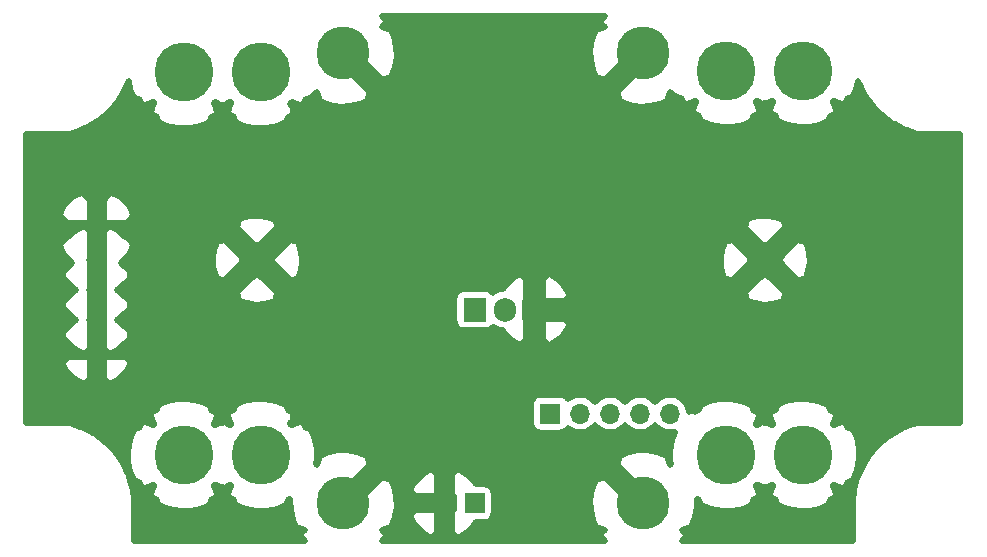
<source format=gbr>
G04 #@! TF.GenerationSoftware,KiCad,Pcbnew,(5.1.5)-3*
G04 #@! TF.CreationDate,2020-05-07T21:48:57-04:00*
G04 #@! TF.ProjectId,MOSFET Dummyload,4d4f5346-4554-4204-9475-6d6d796c6f61,rev?*
G04 #@! TF.SameCoordinates,Original*
G04 #@! TF.FileFunction,Copper,L2,Bot*
G04 #@! TF.FilePolarity,Positive*
%FSLAX46Y46*%
G04 Gerber Fmt 4.6, Leading zero omitted, Abs format (unit mm)*
G04 Created by KiCad (PCBNEW (5.1.5)-3) date 2020-05-07 21:48:57*
%MOMM*%
%LPD*%
G04 APERTURE LIST*
%ADD10C,0.800000*%
%ADD11C,5.000000*%
%ADD12C,4.500000*%
%ADD13O,1.700000X1.700000*%
%ADD14R,1.700000X1.700000*%
%ADD15O,1.905000X2.000000*%
%ADD16R,1.905000X2.000000*%
%ADD17C,3.000000*%
%ADD18C,0.500000*%
G04 APERTURE END LIST*
D10*
X147225825Y-76174175D03*
X145900000Y-75625000D03*
X144574175Y-76174175D03*
X144025000Y-77500000D03*
X144574175Y-78825825D03*
X145900000Y-79375000D03*
X147225825Y-78825825D03*
X147775000Y-77500000D03*
D11*
X145900000Y-77500000D03*
D10*
X153725825Y-108674175D03*
X152400000Y-108125000D03*
X151074175Y-108674175D03*
X150525000Y-110000000D03*
X151074175Y-111325825D03*
X152400000Y-111875000D03*
X153725825Y-111325825D03*
X154275000Y-110000000D03*
D11*
X152400000Y-110000000D03*
D10*
X101325825Y-108674175D03*
X100000000Y-108125000D03*
X98674175Y-108674175D03*
X98125000Y-110000000D03*
X98674175Y-111325825D03*
X100000000Y-111875000D03*
X101325825Y-111325825D03*
X101875000Y-110000000D03*
D11*
X100000000Y-110000000D03*
D10*
X147225825Y-108674175D03*
X145900000Y-108125000D03*
X144574175Y-108674175D03*
X144025000Y-110000000D03*
X144574175Y-111325825D03*
X145900000Y-111875000D03*
X147225825Y-111325825D03*
X147775000Y-110000000D03*
D11*
X145900000Y-110000000D03*
D10*
X105174175Y-108674175D03*
X104625000Y-110000000D03*
X105174175Y-111325825D03*
X106500000Y-111875000D03*
X107825825Y-111325825D03*
X108375000Y-110000000D03*
X107825825Y-108674175D03*
X106500000Y-108125000D03*
D11*
X106500000Y-110000000D03*
D10*
X153725825Y-76174175D03*
X152400000Y-75625000D03*
X151074175Y-76174175D03*
X150525000Y-77500000D03*
X151074175Y-78825825D03*
X152400000Y-79375000D03*
X153725825Y-78825825D03*
X154275000Y-77500000D03*
D11*
X152400000Y-77500000D03*
D10*
X101325825Y-76274175D03*
X100000000Y-75725000D03*
X98674175Y-76274175D03*
X98125000Y-77600000D03*
X98674175Y-78925825D03*
X100000000Y-79475000D03*
X101325825Y-78925825D03*
X101875000Y-77600000D03*
D11*
X100000000Y-77600000D03*
D10*
X107825825Y-76274175D03*
X106500000Y-75725000D03*
X105174175Y-76274175D03*
X104625000Y-77600000D03*
X105174175Y-78925825D03*
X106500000Y-79475000D03*
X107825825Y-78925825D03*
X108375000Y-77600000D03*
D11*
X106500000Y-77600000D03*
D12*
X113500000Y-114100000D03*
X138900000Y-114100000D03*
X138900000Y-76000000D03*
X113500000Y-76000000D03*
D13*
X92600000Y-101120000D03*
X92600000Y-98580000D03*
X92600000Y-96040000D03*
X92600000Y-93500000D03*
D14*
X92600000Y-90960000D03*
D15*
X129680000Y-97700000D03*
X127140000Y-97700000D03*
D16*
X124600000Y-97700000D03*
D13*
X141160000Y-106500000D03*
X138620000Y-106500000D03*
X136080000Y-106500000D03*
X133540000Y-106500000D03*
D14*
X131000000Y-106500000D03*
D13*
X122060000Y-114100000D03*
D14*
X124600000Y-114100000D03*
D17*
X106200000Y-93500000D03*
X149200000Y-93500000D03*
D18*
G36*
X135173147Y-73333810D02*
G01*
X135620727Y-73781390D01*
X134851640Y-73985746D01*
X134536466Y-74814245D01*
X134388980Y-75688312D01*
X134414851Y-76574357D01*
X134613084Y-77438331D01*
X134851640Y-78014254D01*
X135620729Y-78218610D01*
X137839340Y-76000000D01*
X137825197Y-75985858D01*
X138885858Y-74925197D01*
X138900000Y-74939340D01*
X138914142Y-74925197D01*
X139974803Y-75985858D01*
X139960660Y-76000000D01*
X139974803Y-76014143D01*
X138914142Y-77074803D01*
X138900000Y-77060660D01*
X136681390Y-79279271D01*
X136885746Y-80048360D01*
X137714245Y-80363534D01*
X138588312Y-80511020D01*
X139474357Y-80485149D01*
X140338331Y-80286916D01*
X140914254Y-80048360D01*
X141118610Y-79279273D01*
X141566190Y-79726853D01*
X141640862Y-79652181D01*
X141645706Y-79663874D01*
X142103771Y-79799649D01*
X142131823Y-79886738D01*
X142335160Y-80267155D01*
X142986749Y-80201119D01*
X143174665Y-80013203D01*
X143336318Y-80059239D01*
X143389083Y-80223049D01*
X143198881Y-80413251D01*
X143132845Y-81064840D01*
X143597350Y-81303007D01*
X143602822Y-81304565D01*
X143736126Y-81754294D01*
X144607675Y-82094700D01*
X145528888Y-82258534D01*
X146464363Y-82239501D01*
X147378149Y-82038331D01*
X148063874Y-81754294D01*
X148199649Y-81296229D01*
X148286738Y-81268177D01*
X148667155Y-81064840D01*
X148601119Y-80413251D01*
X148413203Y-80225335D01*
X148459239Y-80063682D01*
X148623049Y-80010917D01*
X148784490Y-80172358D01*
X148835160Y-80267155D01*
X149150000Y-80235247D01*
X149464840Y-80267155D01*
X149511273Y-80176595D01*
X149674665Y-80013203D01*
X149836318Y-80059239D01*
X149889083Y-80223049D01*
X149698881Y-80413251D01*
X149632845Y-81064840D01*
X150097350Y-81303007D01*
X150102822Y-81304565D01*
X150236126Y-81754294D01*
X151107675Y-82094700D01*
X152028888Y-82258534D01*
X152964363Y-82239501D01*
X153878149Y-82038331D01*
X154563874Y-81754294D01*
X154699649Y-81296229D01*
X154786738Y-81268177D01*
X155167155Y-81064840D01*
X155101119Y-80413251D01*
X154913203Y-80225335D01*
X154959239Y-80063682D01*
X155123049Y-80010917D01*
X155313251Y-80201119D01*
X155964840Y-80267155D01*
X156203007Y-79802650D01*
X156204565Y-79797178D01*
X156654294Y-79663874D01*
X156994700Y-78792325D01*
X157080365Y-78310645D01*
X157165804Y-78565661D01*
X157174794Y-78586816D01*
X157217968Y-78688417D01*
X157678416Y-79572080D01*
X157734013Y-79660975D01*
X157749142Y-79685165D01*
X158342157Y-80485920D01*
X158429702Y-80586549D01*
X159140676Y-81284669D01*
X159140682Y-81284676D01*
X159242891Y-81370371D01*
X160054328Y-81948681D01*
X160168684Y-82017331D01*
X161060600Y-82461586D01*
X161184287Y-82511502D01*
X161184291Y-82511503D01*
X162059170Y-82786972D01*
X162063145Y-82789097D01*
X162223371Y-82837700D01*
X162348251Y-82850000D01*
X165731001Y-82850000D01*
X165731000Y-107261442D01*
X162348251Y-107261442D01*
X162306840Y-107265521D01*
X162306828Y-107265521D01*
X162306816Y-107265523D01*
X162223371Y-107273742D01*
X162159328Y-107293169D01*
X161824237Y-107380549D01*
X161781229Y-107395455D01*
X161737519Y-107408198D01*
X160805744Y-107761281D01*
X160691511Y-107815166D01*
X160685111Y-107818185D01*
X159820041Y-108312683D01*
X159709795Y-108387756D01*
X159709788Y-108387763D01*
X158932732Y-109011494D01*
X158835587Y-109102889D01*
X158165665Y-109840505D01*
X158165664Y-109840506D01*
X158084013Y-109945973D01*
X157537728Y-110779309D01*
X157483601Y-110877984D01*
X157473581Y-110896250D01*
X157064383Y-111804782D01*
X157019319Y-111930319D01*
X156757285Y-112891678D01*
X156757285Y-112891679D01*
X156732414Y-113022719D01*
X156632597Y-113934653D01*
X156631251Y-113939091D01*
X156618951Y-114063971D01*
X156618950Y-117268921D01*
X142124122Y-117268921D01*
X142626853Y-116766190D01*
X142179273Y-116318610D01*
X142948360Y-116114254D01*
X143263534Y-115285755D01*
X143411020Y-114411688D01*
X143390146Y-113696766D01*
X143597350Y-113803007D01*
X143602822Y-113804565D01*
X143736126Y-114254294D01*
X144607675Y-114594700D01*
X145528888Y-114758534D01*
X146464363Y-114739501D01*
X147378149Y-114538331D01*
X148063874Y-114254294D01*
X148199649Y-113796229D01*
X148286738Y-113768177D01*
X148667155Y-113564840D01*
X148601119Y-112913251D01*
X148413203Y-112725335D01*
X148459239Y-112563682D01*
X148623049Y-112510917D01*
X148784490Y-112672358D01*
X148835160Y-112767155D01*
X149150000Y-112735247D01*
X149464840Y-112767155D01*
X149511273Y-112676595D01*
X149674665Y-112513203D01*
X149836318Y-112559239D01*
X149889083Y-112723049D01*
X149698881Y-112913251D01*
X149632845Y-113564840D01*
X150097350Y-113803007D01*
X150102822Y-113804565D01*
X150236126Y-114254294D01*
X151107675Y-114594700D01*
X152028888Y-114758534D01*
X152964363Y-114739501D01*
X153878149Y-114538331D01*
X154563874Y-114254294D01*
X154699649Y-113796229D01*
X154786738Y-113768177D01*
X155167155Y-113564840D01*
X155101119Y-112913251D01*
X154913203Y-112725335D01*
X154959239Y-112563682D01*
X155123049Y-112510917D01*
X155313251Y-112701119D01*
X155964840Y-112767155D01*
X156203007Y-112302650D01*
X156204565Y-112297178D01*
X156654294Y-112163874D01*
X156994700Y-111292325D01*
X157158534Y-110371112D01*
X157139501Y-109435637D01*
X156938331Y-108521851D01*
X156654294Y-107836126D01*
X156196229Y-107700351D01*
X156168177Y-107613262D01*
X155964840Y-107232845D01*
X155313251Y-107298881D01*
X155125335Y-107486797D01*
X154963682Y-107440761D01*
X154910917Y-107276951D01*
X155101119Y-107086749D01*
X155167155Y-106435160D01*
X154702650Y-106196993D01*
X154697178Y-106195435D01*
X154563874Y-105745706D01*
X153692325Y-105405300D01*
X152771112Y-105241466D01*
X151835637Y-105260499D01*
X150921851Y-105461669D01*
X150236126Y-105745706D01*
X150100351Y-106203771D01*
X150013262Y-106231823D01*
X149632845Y-106435160D01*
X149698881Y-107086749D01*
X149886797Y-107274665D01*
X149840761Y-107436318D01*
X149676951Y-107489083D01*
X149515510Y-107327642D01*
X149464840Y-107232845D01*
X149150000Y-107264753D01*
X148835160Y-107232845D01*
X148788727Y-107323405D01*
X148625335Y-107486797D01*
X148463682Y-107440761D01*
X148410917Y-107276951D01*
X148601119Y-107086749D01*
X148667155Y-106435160D01*
X148202650Y-106196993D01*
X148197178Y-106195435D01*
X148063874Y-105745706D01*
X147192325Y-105405300D01*
X146271112Y-105241466D01*
X145335637Y-105260499D01*
X144421851Y-105461669D01*
X143736126Y-105745706D01*
X143600351Y-106203771D01*
X143513262Y-106231823D01*
X143304221Y-106343558D01*
X143056178Y-106095515D01*
X142760000Y-106391693D01*
X142760000Y-106342414D01*
X142698513Y-106033297D01*
X142577902Y-105742116D01*
X142402801Y-105480059D01*
X142179941Y-105257199D01*
X141917884Y-105082098D01*
X141626703Y-104961487D01*
X141317586Y-104900000D01*
X141002414Y-104900000D01*
X140693297Y-104961487D01*
X140402116Y-105082098D01*
X140140059Y-105257199D01*
X139917199Y-105480059D01*
X139890000Y-105520765D01*
X139862801Y-105480059D01*
X139639941Y-105257199D01*
X139377884Y-105082098D01*
X139086703Y-104961487D01*
X138777586Y-104900000D01*
X138462414Y-104900000D01*
X138153297Y-104961487D01*
X137862116Y-105082098D01*
X137600059Y-105257199D01*
X137377199Y-105480059D01*
X137350000Y-105520765D01*
X137322801Y-105480059D01*
X137099941Y-105257199D01*
X136837884Y-105082098D01*
X136546703Y-104961487D01*
X136237586Y-104900000D01*
X135922414Y-104900000D01*
X135613297Y-104961487D01*
X135322116Y-105082098D01*
X135060059Y-105257199D01*
X134837199Y-105480059D01*
X134810000Y-105520765D01*
X134782801Y-105480059D01*
X134559941Y-105257199D01*
X134297884Y-105082098D01*
X134006703Y-104961487D01*
X133697586Y-104900000D01*
X133382414Y-104900000D01*
X133073297Y-104961487D01*
X132782116Y-105082098D01*
X132520059Y-105257199D01*
X132500769Y-105276489D01*
X132476619Y-105231307D01*
X132382895Y-105117105D01*
X132268693Y-105023381D01*
X132138401Y-104953739D01*
X131997026Y-104910853D01*
X131850000Y-104896372D01*
X130150000Y-104896372D01*
X130002974Y-104910853D01*
X129861599Y-104953739D01*
X129731307Y-105023381D01*
X129617105Y-105117105D01*
X129523381Y-105231307D01*
X129453739Y-105361599D01*
X129410853Y-105502974D01*
X129396372Y-105650000D01*
X129396372Y-107350000D01*
X129410853Y-107497026D01*
X129453739Y-107638401D01*
X129523381Y-107768693D01*
X129617105Y-107882895D01*
X129731307Y-107976619D01*
X129861599Y-108046261D01*
X130002974Y-108089147D01*
X130150000Y-108103628D01*
X131850000Y-108103628D01*
X131997026Y-108089147D01*
X132138401Y-108046261D01*
X132268693Y-107976619D01*
X132382895Y-107882895D01*
X132476619Y-107768693D01*
X132500769Y-107723511D01*
X132520059Y-107742801D01*
X132782116Y-107917902D01*
X133073297Y-108038513D01*
X133382414Y-108100000D01*
X133697586Y-108100000D01*
X134006703Y-108038513D01*
X134297884Y-107917902D01*
X134559941Y-107742801D01*
X134782801Y-107519941D01*
X134810000Y-107479235D01*
X134837199Y-107519941D01*
X135060059Y-107742801D01*
X135322116Y-107917902D01*
X135613297Y-108038513D01*
X135922414Y-108100000D01*
X136237586Y-108100000D01*
X136546703Y-108038513D01*
X136837884Y-107917902D01*
X137099941Y-107742801D01*
X137322801Y-107519941D01*
X137350000Y-107479235D01*
X137377199Y-107519941D01*
X137600059Y-107742801D01*
X137862116Y-107917902D01*
X138153297Y-108038513D01*
X138462414Y-108100000D01*
X138777586Y-108100000D01*
X139086703Y-108038513D01*
X139377884Y-107917902D01*
X139639941Y-107742801D01*
X139862801Y-107519941D01*
X139890000Y-107479235D01*
X139917199Y-107519941D01*
X140140059Y-107742801D01*
X140402116Y-107917902D01*
X140693297Y-108038513D01*
X141002414Y-108100000D01*
X141317586Y-108100000D01*
X141561601Y-108051463D01*
X141305300Y-108707675D01*
X141141466Y-109628888D01*
X141160499Y-110564363D01*
X141199196Y-110740141D01*
X141118610Y-110820727D01*
X140914254Y-110051640D01*
X140085755Y-109736466D01*
X139211688Y-109588980D01*
X138325643Y-109614851D01*
X137461669Y-109813084D01*
X136885746Y-110051640D01*
X136681390Y-110820729D01*
X138900000Y-113039340D01*
X138914142Y-113025197D01*
X139974803Y-114085858D01*
X139960660Y-114100000D01*
X139974803Y-114114142D01*
X138914142Y-115174803D01*
X138900000Y-115160660D01*
X138885858Y-115174803D01*
X137825197Y-114114142D01*
X137839340Y-114100000D01*
X135620729Y-111881390D01*
X134851640Y-112085746D01*
X134536466Y-112914245D01*
X134388980Y-113788312D01*
X134414851Y-114674357D01*
X134613084Y-115538331D01*
X134851640Y-116114254D01*
X135620727Y-116318610D01*
X135173147Y-116766190D01*
X135675878Y-117268921D01*
X116724122Y-117268921D01*
X117226853Y-116766190D01*
X116779273Y-116318610D01*
X117548360Y-116114254D01*
X117863534Y-115285755D01*
X117883337Y-115168392D01*
X119149913Y-115168392D01*
X119414262Y-115715593D01*
X119780286Y-116200708D01*
X120233918Y-116605094D01*
X120757725Y-116913210D01*
X120991610Y-117010076D01*
X121460000Y-116565544D01*
X121460000Y-114700000D01*
X119581108Y-114700000D01*
X119149913Y-115168392D01*
X117883337Y-115168392D01*
X118011020Y-114411688D01*
X117985149Y-113525643D01*
X117871797Y-113031608D01*
X119149913Y-113031608D01*
X119581108Y-113500000D01*
X121460000Y-113500000D01*
X121460000Y-111634456D01*
X122660000Y-111634456D01*
X122660000Y-113500000D01*
X122830000Y-113500000D01*
X122830000Y-114700000D01*
X122660000Y-114700000D01*
X122660000Y-116565544D01*
X123128390Y-117010076D01*
X123362275Y-116913210D01*
X123886082Y-116605094D01*
X124339714Y-116200708D01*
X124705738Y-115715593D01*
X124711518Y-115703628D01*
X125450000Y-115703628D01*
X125597026Y-115689147D01*
X125738401Y-115646261D01*
X125868693Y-115576619D01*
X125982895Y-115482895D01*
X126076619Y-115368693D01*
X126146261Y-115238401D01*
X126189147Y-115097026D01*
X126203628Y-114950000D01*
X126203628Y-113250000D01*
X126189147Y-113102974D01*
X126146261Y-112961599D01*
X126076619Y-112831307D01*
X125982895Y-112717105D01*
X125868693Y-112623381D01*
X125738401Y-112553739D01*
X125597026Y-112510853D01*
X125450000Y-112496372D01*
X124711518Y-112496372D01*
X124705738Y-112484407D01*
X124339714Y-111999292D01*
X123886082Y-111594906D01*
X123362275Y-111286790D01*
X123128390Y-111189924D01*
X122660000Y-111634456D01*
X121460000Y-111634456D01*
X120991610Y-111189924D01*
X120757725Y-111286790D01*
X120233918Y-111594906D01*
X119780286Y-111999292D01*
X119414262Y-112484407D01*
X119149913Y-113031608D01*
X117871797Y-113031608D01*
X117786916Y-112661669D01*
X117548360Y-112085746D01*
X116779271Y-111881390D01*
X114560660Y-114100000D01*
X114574803Y-114114142D01*
X113514142Y-115174803D01*
X113500000Y-115160660D01*
X113485858Y-115174803D01*
X112425197Y-114114142D01*
X112439340Y-114100000D01*
X112425197Y-114085858D01*
X113485858Y-113025197D01*
X113500000Y-113039340D01*
X115718610Y-110820729D01*
X115514254Y-110051640D01*
X114685755Y-109736466D01*
X113811688Y-109588980D01*
X112925643Y-109614851D01*
X112061669Y-109813084D01*
X111485746Y-110051640D01*
X111281390Y-110820727D01*
X111194097Y-110733434D01*
X111258534Y-110371112D01*
X111239501Y-109435637D01*
X111038331Y-108521851D01*
X110754294Y-107836126D01*
X110296229Y-107700351D01*
X110268177Y-107613262D01*
X110064840Y-107232845D01*
X109413251Y-107298881D01*
X109225335Y-107486797D01*
X109063682Y-107440761D01*
X109010917Y-107276951D01*
X109201119Y-107086749D01*
X109267155Y-106435160D01*
X108802650Y-106196993D01*
X108797178Y-106195435D01*
X108663874Y-105745706D01*
X107792325Y-105405300D01*
X106871112Y-105241466D01*
X105935637Y-105260499D01*
X105021851Y-105461669D01*
X104336126Y-105745706D01*
X104200351Y-106203771D01*
X104113262Y-106231823D01*
X103732845Y-106435160D01*
X103798881Y-107086749D01*
X103986797Y-107274665D01*
X103940761Y-107436318D01*
X103776951Y-107489083D01*
X103615510Y-107327642D01*
X103564840Y-107232845D01*
X103250000Y-107264753D01*
X102935160Y-107232845D01*
X102888727Y-107323405D01*
X102725335Y-107486797D01*
X102563682Y-107440761D01*
X102510917Y-107276951D01*
X102701119Y-107086749D01*
X102767155Y-106435160D01*
X102302650Y-106196993D01*
X102297178Y-106195435D01*
X102163874Y-105745706D01*
X101292325Y-105405300D01*
X100371112Y-105241466D01*
X99435637Y-105260499D01*
X98521851Y-105461669D01*
X97836126Y-105745706D01*
X97700351Y-106203771D01*
X97613262Y-106231823D01*
X97232845Y-106435160D01*
X97298881Y-107086749D01*
X97486797Y-107274665D01*
X97440761Y-107436318D01*
X97276951Y-107489083D01*
X97086749Y-107298881D01*
X96435160Y-107232845D01*
X96196993Y-107697350D01*
X96195435Y-107702822D01*
X95745706Y-107836126D01*
X95405300Y-108707675D01*
X95241466Y-109628888D01*
X95260499Y-110564363D01*
X95461669Y-111478149D01*
X95745706Y-112163874D01*
X96203771Y-112299649D01*
X96231823Y-112386738D01*
X96435160Y-112767155D01*
X97086749Y-112701119D01*
X97274665Y-112513203D01*
X97436318Y-112559239D01*
X97489083Y-112723049D01*
X97298881Y-112913251D01*
X97232845Y-113564840D01*
X97697350Y-113803007D01*
X97702822Y-113804565D01*
X97836126Y-114254294D01*
X98707675Y-114594700D01*
X99628888Y-114758534D01*
X100564363Y-114739501D01*
X101478149Y-114538331D01*
X102163874Y-114254294D01*
X102299649Y-113796229D01*
X102386738Y-113768177D01*
X102767155Y-113564840D01*
X102701119Y-112913251D01*
X102513203Y-112725335D01*
X102559239Y-112563682D01*
X102723049Y-112510917D01*
X102884490Y-112672358D01*
X102935160Y-112767155D01*
X103250000Y-112735247D01*
X103564840Y-112767155D01*
X103611273Y-112676595D01*
X103774665Y-112513203D01*
X103936318Y-112559239D01*
X103989083Y-112723049D01*
X103798881Y-112913251D01*
X103732845Y-113564840D01*
X104197350Y-113803007D01*
X104202822Y-113804565D01*
X104336126Y-114254294D01*
X105207675Y-114594700D01*
X106128888Y-114758534D01*
X107064363Y-114739501D01*
X107978149Y-114538331D01*
X108663874Y-114254294D01*
X108799649Y-113796229D01*
X108886738Y-113768177D01*
X109002850Y-113706114D01*
X108988980Y-113788312D01*
X109014851Y-114674357D01*
X109213084Y-115538331D01*
X109451640Y-116114254D01*
X110220727Y-116318610D01*
X109773147Y-116766190D01*
X110275878Y-117268921D01*
X95771050Y-117268921D01*
X95771050Y-114063971D01*
X95768587Y-114038960D01*
X95748134Y-113693139D01*
X95741889Y-113648044D01*
X95737904Y-113602702D01*
X95573060Y-112620002D01*
X95544424Y-112505341D01*
X95540741Y-112490595D01*
X95224196Y-111545781D01*
X95178401Y-111438014D01*
X95172032Y-111423025D01*
X94711584Y-110539362D01*
X94640858Y-110426277D01*
X94047847Y-109625528D01*
X94047843Y-109625522D01*
X93960298Y-109524893D01*
X93249318Y-108826766D01*
X93147109Y-108741071D01*
X92335672Y-108162761D01*
X92250185Y-108111442D01*
X92221316Y-108094111D01*
X91329405Y-107649859D01*
X91329400Y-107649856D01*
X91205713Y-107599940D01*
X90330830Y-107324470D01*
X90326855Y-107322345D01*
X90166629Y-107273742D01*
X90041749Y-107261442D01*
X86659000Y-107261442D01*
X86659000Y-102188390D01*
X89689924Y-102188390D01*
X89786790Y-102422275D01*
X90094906Y-102946082D01*
X90499292Y-103399714D01*
X90984407Y-103765738D01*
X91531608Y-104030087D01*
X92000000Y-103598892D01*
X92000000Y-101720000D01*
X93200000Y-101720000D01*
X93200000Y-103598892D01*
X93668392Y-104030087D01*
X94215593Y-103765738D01*
X94700708Y-103399714D01*
X95105094Y-102946082D01*
X95413210Y-102422275D01*
X95510076Y-102188390D01*
X95065544Y-101720000D01*
X93200000Y-101720000D01*
X92000000Y-101720000D01*
X90134456Y-101720000D01*
X89689924Y-102188390D01*
X86659000Y-102188390D01*
X86659000Y-92122500D01*
X89500000Y-92122500D01*
X89599483Y-92507772D01*
X89776933Y-92913909D01*
X90030207Y-93277624D01*
X90349571Y-93584939D01*
X90556213Y-93717338D01*
X90499292Y-93760286D01*
X90196457Y-94100000D01*
X90134456Y-94100000D01*
X89689924Y-94568390D01*
X89773423Y-94770000D01*
X89689924Y-94971610D01*
X90134456Y-95440000D01*
X90196457Y-95440000D01*
X90499292Y-95779714D01*
X90844266Y-96040000D01*
X90499292Y-96300286D01*
X90196457Y-96640000D01*
X90134456Y-96640000D01*
X89689924Y-97108390D01*
X89773423Y-97310000D01*
X89689924Y-97511610D01*
X90134456Y-97980000D01*
X90196457Y-97980000D01*
X90499292Y-98319714D01*
X90844266Y-98580000D01*
X90499292Y-98840286D01*
X90196457Y-99180000D01*
X90134456Y-99180000D01*
X89689924Y-99648390D01*
X89773423Y-99850000D01*
X89689924Y-100051610D01*
X90134456Y-100520000D01*
X90196457Y-100520000D01*
X90499292Y-100859714D01*
X90984407Y-101225738D01*
X91531608Y-101490087D01*
X92000000Y-101058892D01*
X92000000Y-98641108D01*
X91933621Y-98580000D01*
X92000000Y-98518892D01*
X92000000Y-96101108D01*
X91933621Y-96040000D01*
X92000000Y-95978892D01*
X92000000Y-93561108D01*
X91966881Y-93530619D01*
X92000000Y-93497500D01*
X92000000Y-91021108D01*
X93200000Y-91021108D01*
X93200000Y-93497500D01*
X93233119Y-93530619D01*
X93200000Y-93561108D01*
X93200000Y-95978892D01*
X93266379Y-96040000D01*
X93200000Y-96101108D01*
X93200000Y-98518892D01*
X93266379Y-98580000D01*
X93200000Y-98641108D01*
X93200000Y-101058892D01*
X93668392Y-101490087D01*
X94215593Y-101225738D01*
X94700708Y-100859714D01*
X95003543Y-100520000D01*
X95065544Y-100520000D01*
X95510076Y-100051610D01*
X95426577Y-99850000D01*
X95510076Y-99648390D01*
X95065544Y-99180000D01*
X95003543Y-99180000D01*
X94700708Y-98840286D01*
X94355734Y-98580000D01*
X94700708Y-98319714D01*
X95003543Y-97980000D01*
X95065544Y-97980000D01*
X95510076Y-97511610D01*
X95426577Y-97310000D01*
X95510076Y-97108390D01*
X95065544Y-96640000D01*
X95003543Y-96640000D01*
X94700708Y-96300286D01*
X94613055Y-96234151D01*
X104526509Y-96234151D01*
X104636218Y-96928338D01*
X105335101Y-97167542D01*
X106067222Y-97265805D01*
X106804445Y-97219351D01*
X107518439Y-97029963D01*
X107763782Y-96928338D01*
X107799868Y-96700000D01*
X122893872Y-96700000D01*
X122893872Y-98700000D01*
X122908353Y-98847026D01*
X122951239Y-98988401D01*
X123020881Y-99118693D01*
X123114605Y-99232895D01*
X123228807Y-99326619D01*
X123359099Y-99396261D01*
X123500474Y-99439147D01*
X123647500Y-99453628D01*
X125552500Y-99453628D01*
X125699526Y-99439147D01*
X125840901Y-99396261D01*
X125971193Y-99326619D01*
X126085395Y-99232895D01*
X126158199Y-99144184D01*
X126189566Y-99169926D01*
X126485330Y-99328015D01*
X126806253Y-99425366D01*
X126973888Y-99441877D01*
X126996770Y-99486176D01*
X127387526Y-99976240D01*
X127866381Y-100380655D01*
X128414932Y-100683879D01*
X128497369Y-100723637D01*
X128977500Y-100292317D01*
X128977500Y-98450000D01*
X130382500Y-98450000D01*
X130382500Y-100292317D01*
X130862631Y-100723637D01*
X130945068Y-100683879D01*
X131493619Y-100380655D01*
X131972474Y-99976240D01*
X132363230Y-99486176D01*
X132650871Y-98929296D01*
X132236668Y-98450000D01*
X130382500Y-98450000D01*
X128977500Y-98450000D01*
X128910000Y-98450000D01*
X128910000Y-96950000D01*
X128977500Y-96950000D01*
X128977500Y-95107683D01*
X130382500Y-95107683D01*
X130382500Y-96950000D01*
X132236668Y-96950000D01*
X132650871Y-96470704D01*
X132528687Y-96234151D01*
X147526509Y-96234151D01*
X147636218Y-96928338D01*
X148335101Y-97167542D01*
X149067222Y-97265805D01*
X149804445Y-97219351D01*
X150518439Y-97029963D01*
X150763782Y-96928338D01*
X150873491Y-96234151D01*
X149200000Y-94560660D01*
X147526509Y-96234151D01*
X132528687Y-96234151D01*
X132363230Y-95913824D01*
X131972474Y-95423760D01*
X131493619Y-95019345D01*
X130945068Y-94716121D01*
X130862631Y-94676363D01*
X130382500Y-95107683D01*
X128977500Y-95107683D01*
X128497369Y-94676363D01*
X128414932Y-94716121D01*
X127866381Y-95019345D01*
X127387526Y-95423760D01*
X126996770Y-95913824D01*
X126973888Y-95958123D01*
X126806252Y-95974634D01*
X126485329Y-96071985D01*
X126189565Y-96230074D01*
X126158199Y-96255816D01*
X126085395Y-96167105D01*
X125971193Y-96073381D01*
X125840901Y-96003739D01*
X125699526Y-95960853D01*
X125552500Y-95946372D01*
X123647500Y-95946372D01*
X123500474Y-95960853D01*
X123359099Y-96003739D01*
X123228807Y-96073381D01*
X123114605Y-96167105D01*
X123020881Y-96281307D01*
X122951239Y-96411599D01*
X122908353Y-96552974D01*
X122893872Y-96700000D01*
X107799868Y-96700000D01*
X107873491Y-96234151D01*
X106200000Y-94560660D01*
X104526509Y-96234151D01*
X94613055Y-96234151D01*
X94355734Y-96040000D01*
X94700708Y-95779714D01*
X95003543Y-95440000D01*
X95065544Y-95440000D01*
X95510076Y-94971610D01*
X95426577Y-94770000D01*
X95510076Y-94568390D01*
X95065544Y-94100000D01*
X95003543Y-94100000D01*
X94700708Y-93760286D01*
X94643787Y-93717338D01*
X94850429Y-93584939D01*
X95076682Y-93367222D01*
X102434195Y-93367222D01*
X102480649Y-94104445D01*
X102670037Y-94818439D01*
X102771662Y-95063782D01*
X103465849Y-95173491D01*
X105139340Y-93500000D01*
X107260660Y-93500000D01*
X108934151Y-95173491D01*
X109628338Y-95063782D01*
X109867542Y-94364899D01*
X109965805Y-93632778D01*
X109949072Y-93367222D01*
X145434195Y-93367222D01*
X145480649Y-94104445D01*
X145670037Y-94818439D01*
X145771662Y-95063782D01*
X146465849Y-95173491D01*
X148139340Y-93500000D01*
X150260660Y-93500000D01*
X151934151Y-95173491D01*
X152628338Y-95063782D01*
X152867542Y-94364899D01*
X152965805Y-93632778D01*
X152919351Y-92895555D01*
X152729963Y-92181561D01*
X152628338Y-91936218D01*
X151934151Y-91826509D01*
X150260660Y-93500000D01*
X148139340Y-93500000D01*
X146465849Y-91826509D01*
X145771662Y-91936218D01*
X145532458Y-92635101D01*
X145434195Y-93367222D01*
X109949072Y-93367222D01*
X109919351Y-92895555D01*
X109729963Y-92181561D01*
X109628338Y-91936218D01*
X108934151Y-91826509D01*
X107260660Y-93500000D01*
X105139340Y-93500000D01*
X103465849Y-91826509D01*
X102771662Y-91936218D01*
X102532458Y-92635101D01*
X102434195Y-93367222D01*
X95076682Y-93367222D01*
X95169793Y-93277624D01*
X95423067Y-92913909D01*
X95600517Y-92507772D01*
X95700000Y-92122500D01*
X95137500Y-91560000D01*
X95003543Y-91560000D01*
X94700708Y-91220286D01*
X94215593Y-90854262D01*
X94032579Y-90765849D01*
X104526509Y-90765849D01*
X106200000Y-92439340D01*
X107873491Y-90765849D01*
X147526509Y-90765849D01*
X149200000Y-92439340D01*
X150873491Y-90765849D01*
X150763782Y-90071662D01*
X150064899Y-89832458D01*
X149332778Y-89734195D01*
X148595555Y-89780649D01*
X147881561Y-89970037D01*
X147636218Y-90071662D01*
X147526509Y-90765849D01*
X107873491Y-90765849D01*
X107763782Y-90071662D01*
X107064899Y-89832458D01*
X106332778Y-89734195D01*
X105595555Y-89780649D01*
X104881561Y-89970037D01*
X104636218Y-90071662D01*
X104526509Y-90765849D01*
X94032579Y-90765849D01*
X93668392Y-90589913D01*
X93200000Y-91021108D01*
X92000000Y-91021108D01*
X91531608Y-90589913D01*
X90984407Y-90854262D01*
X90499292Y-91220286D01*
X90196457Y-91560000D01*
X90062500Y-91560000D01*
X89500000Y-92122500D01*
X86659000Y-92122500D01*
X86659000Y-89797500D01*
X89500000Y-89797500D01*
X90062500Y-90360000D01*
X92000000Y-90360000D01*
X92000000Y-88422500D01*
X93200000Y-88422500D01*
X93200000Y-90360000D01*
X95137500Y-90360000D01*
X95700000Y-89797500D01*
X95600517Y-89412228D01*
X95423067Y-89006091D01*
X95169793Y-88642376D01*
X94850429Y-88335061D01*
X94477246Y-88095956D01*
X94064588Y-87934249D01*
X93762500Y-87860000D01*
X93200000Y-88422500D01*
X92000000Y-88422500D01*
X91437500Y-87860000D01*
X91135412Y-87934249D01*
X90722754Y-88095956D01*
X90349571Y-88335061D01*
X90030207Y-88642376D01*
X89776933Y-89006091D01*
X89599483Y-89412228D01*
X89500000Y-89797500D01*
X86659000Y-89797500D01*
X86659000Y-82850000D01*
X90041749Y-82850000D01*
X90083160Y-82845921D01*
X90083171Y-82845921D01*
X90083182Y-82845919D01*
X90166629Y-82837700D01*
X90230672Y-82818273D01*
X90565763Y-82730893D01*
X90608769Y-82715988D01*
X90652481Y-82703244D01*
X91584256Y-82350160D01*
X91704889Y-82293257D01*
X92569959Y-81798759D01*
X92680205Y-81723685D01*
X93457268Y-81099948D01*
X93480410Y-81078176D01*
X93554413Y-81008553D01*
X94224335Y-80270937D01*
X94228181Y-80265970D01*
X94266972Y-80215863D01*
X94305986Y-80165470D01*
X94305988Y-80165467D01*
X94852272Y-79332133D01*
X94882167Y-79277634D01*
X94916419Y-79215192D01*
X95302920Y-78357054D01*
X95461669Y-79078149D01*
X95745706Y-79763874D01*
X96203771Y-79899649D01*
X96231823Y-79986738D01*
X96435160Y-80367155D01*
X97086749Y-80301119D01*
X97274665Y-80113203D01*
X97436318Y-80159239D01*
X97489083Y-80323049D01*
X97298881Y-80513251D01*
X97232845Y-81164840D01*
X97697350Y-81403007D01*
X97702822Y-81404565D01*
X97836126Y-81854294D01*
X98707675Y-82194700D01*
X99628888Y-82358534D01*
X100564363Y-82339501D01*
X101478149Y-82138331D01*
X102163874Y-81854294D01*
X102299649Y-81396229D01*
X102386738Y-81368177D01*
X102767155Y-81164840D01*
X102701119Y-80513251D01*
X102513203Y-80325335D01*
X102559239Y-80163682D01*
X102723049Y-80110917D01*
X102884490Y-80272358D01*
X102935160Y-80367155D01*
X103250000Y-80335247D01*
X103564840Y-80367155D01*
X103611273Y-80276595D01*
X103774665Y-80113203D01*
X103936318Y-80159239D01*
X103989083Y-80323049D01*
X103798881Y-80513251D01*
X103732845Y-81164840D01*
X104197350Y-81403007D01*
X104202822Y-81404565D01*
X104336126Y-81854294D01*
X105207675Y-82194700D01*
X106128888Y-82358534D01*
X107064363Y-82339501D01*
X107978149Y-82138331D01*
X108663874Y-81854294D01*
X108799649Y-81396229D01*
X108886738Y-81368177D01*
X109267155Y-81164840D01*
X109201119Y-80513251D01*
X109013203Y-80325335D01*
X109059239Y-80163682D01*
X109223049Y-80110917D01*
X109413251Y-80301119D01*
X110064840Y-80367155D01*
X110303007Y-79902650D01*
X110304565Y-79897178D01*
X110754294Y-79763874D01*
X110787026Y-79680069D01*
X110833810Y-79726853D01*
X111281390Y-79279273D01*
X111485746Y-80048360D01*
X112314245Y-80363534D01*
X113188312Y-80511020D01*
X114074357Y-80485149D01*
X114938331Y-80286916D01*
X115514254Y-80048360D01*
X115718610Y-79279271D01*
X113500000Y-77060660D01*
X113485858Y-77074803D01*
X112425197Y-76014142D01*
X112439340Y-76000000D01*
X112425197Y-75985858D01*
X113485858Y-74925197D01*
X113500000Y-74939340D01*
X113514142Y-74925197D01*
X114574803Y-75985858D01*
X114560660Y-76000000D01*
X116779271Y-78218610D01*
X117548360Y-78014254D01*
X117863534Y-77185755D01*
X118011020Y-76311688D01*
X117985149Y-75425643D01*
X117786916Y-74561669D01*
X117548360Y-73985746D01*
X116779273Y-73781390D01*
X117226853Y-73333810D01*
X116735564Y-72842521D01*
X135664436Y-72842521D01*
X135173147Y-73333810D01*
G37*
X135173147Y-73333810D02*
X135620727Y-73781390D01*
X134851640Y-73985746D01*
X134536466Y-74814245D01*
X134388980Y-75688312D01*
X134414851Y-76574357D01*
X134613084Y-77438331D01*
X134851640Y-78014254D01*
X135620729Y-78218610D01*
X137839340Y-76000000D01*
X137825197Y-75985858D01*
X138885858Y-74925197D01*
X138900000Y-74939340D01*
X138914142Y-74925197D01*
X139974803Y-75985858D01*
X139960660Y-76000000D01*
X139974803Y-76014143D01*
X138914142Y-77074803D01*
X138900000Y-77060660D01*
X136681390Y-79279271D01*
X136885746Y-80048360D01*
X137714245Y-80363534D01*
X138588312Y-80511020D01*
X139474357Y-80485149D01*
X140338331Y-80286916D01*
X140914254Y-80048360D01*
X141118610Y-79279273D01*
X141566190Y-79726853D01*
X141640862Y-79652181D01*
X141645706Y-79663874D01*
X142103771Y-79799649D01*
X142131823Y-79886738D01*
X142335160Y-80267155D01*
X142986749Y-80201119D01*
X143174665Y-80013203D01*
X143336318Y-80059239D01*
X143389083Y-80223049D01*
X143198881Y-80413251D01*
X143132845Y-81064840D01*
X143597350Y-81303007D01*
X143602822Y-81304565D01*
X143736126Y-81754294D01*
X144607675Y-82094700D01*
X145528888Y-82258534D01*
X146464363Y-82239501D01*
X147378149Y-82038331D01*
X148063874Y-81754294D01*
X148199649Y-81296229D01*
X148286738Y-81268177D01*
X148667155Y-81064840D01*
X148601119Y-80413251D01*
X148413203Y-80225335D01*
X148459239Y-80063682D01*
X148623049Y-80010917D01*
X148784490Y-80172358D01*
X148835160Y-80267155D01*
X149150000Y-80235247D01*
X149464840Y-80267155D01*
X149511273Y-80176595D01*
X149674665Y-80013203D01*
X149836318Y-80059239D01*
X149889083Y-80223049D01*
X149698881Y-80413251D01*
X149632845Y-81064840D01*
X150097350Y-81303007D01*
X150102822Y-81304565D01*
X150236126Y-81754294D01*
X151107675Y-82094700D01*
X152028888Y-82258534D01*
X152964363Y-82239501D01*
X153878149Y-82038331D01*
X154563874Y-81754294D01*
X154699649Y-81296229D01*
X154786738Y-81268177D01*
X155167155Y-81064840D01*
X155101119Y-80413251D01*
X154913203Y-80225335D01*
X154959239Y-80063682D01*
X155123049Y-80010917D01*
X155313251Y-80201119D01*
X155964840Y-80267155D01*
X156203007Y-79802650D01*
X156204565Y-79797178D01*
X156654294Y-79663874D01*
X156994700Y-78792325D01*
X157080365Y-78310645D01*
X157165804Y-78565661D01*
X157174794Y-78586816D01*
X157217968Y-78688417D01*
X157678416Y-79572080D01*
X157734013Y-79660975D01*
X157749142Y-79685165D01*
X158342157Y-80485920D01*
X158429702Y-80586549D01*
X159140676Y-81284669D01*
X159140682Y-81284676D01*
X159242891Y-81370371D01*
X160054328Y-81948681D01*
X160168684Y-82017331D01*
X161060600Y-82461586D01*
X161184287Y-82511502D01*
X161184291Y-82511503D01*
X162059170Y-82786972D01*
X162063145Y-82789097D01*
X162223371Y-82837700D01*
X162348251Y-82850000D01*
X165731001Y-82850000D01*
X165731000Y-107261442D01*
X162348251Y-107261442D01*
X162306840Y-107265521D01*
X162306828Y-107265521D01*
X162306816Y-107265523D01*
X162223371Y-107273742D01*
X162159328Y-107293169D01*
X161824237Y-107380549D01*
X161781229Y-107395455D01*
X161737519Y-107408198D01*
X160805744Y-107761281D01*
X160691511Y-107815166D01*
X160685111Y-107818185D01*
X159820041Y-108312683D01*
X159709795Y-108387756D01*
X159709788Y-108387763D01*
X158932732Y-109011494D01*
X158835587Y-109102889D01*
X158165665Y-109840505D01*
X158165664Y-109840506D01*
X158084013Y-109945973D01*
X157537728Y-110779309D01*
X157483601Y-110877984D01*
X157473581Y-110896250D01*
X157064383Y-111804782D01*
X157019319Y-111930319D01*
X156757285Y-112891678D01*
X156757285Y-112891679D01*
X156732414Y-113022719D01*
X156632597Y-113934653D01*
X156631251Y-113939091D01*
X156618951Y-114063971D01*
X156618950Y-117268921D01*
X142124122Y-117268921D01*
X142626853Y-116766190D01*
X142179273Y-116318610D01*
X142948360Y-116114254D01*
X143263534Y-115285755D01*
X143411020Y-114411688D01*
X143390146Y-113696766D01*
X143597350Y-113803007D01*
X143602822Y-113804565D01*
X143736126Y-114254294D01*
X144607675Y-114594700D01*
X145528888Y-114758534D01*
X146464363Y-114739501D01*
X147378149Y-114538331D01*
X148063874Y-114254294D01*
X148199649Y-113796229D01*
X148286738Y-113768177D01*
X148667155Y-113564840D01*
X148601119Y-112913251D01*
X148413203Y-112725335D01*
X148459239Y-112563682D01*
X148623049Y-112510917D01*
X148784490Y-112672358D01*
X148835160Y-112767155D01*
X149150000Y-112735247D01*
X149464840Y-112767155D01*
X149511273Y-112676595D01*
X149674665Y-112513203D01*
X149836318Y-112559239D01*
X149889083Y-112723049D01*
X149698881Y-112913251D01*
X149632845Y-113564840D01*
X150097350Y-113803007D01*
X150102822Y-113804565D01*
X150236126Y-114254294D01*
X151107675Y-114594700D01*
X152028888Y-114758534D01*
X152964363Y-114739501D01*
X153878149Y-114538331D01*
X154563874Y-114254294D01*
X154699649Y-113796229D01*
X154786738Y-113768177D01*
X155167155Y-113564840D01*
X155101119Y-112913251D01*
X154913203Y-112725335D01*
X154959239Y-112563682D01*
X155123049Y-112510917D01*
X155313251Y-112701119D01*
X155964840Y-112767155D01*
X156203007Y-112302650D01*
X156204565Y-112297178D01*
X156654294Y-112163874D01*
X156994700Y-111292325D01*
X157158534Y-110371112D01*
X157139501Y-109435637D01*
X156938331Y-108521851D01*
X156654294Y-107836126D01*
X156196229Y-107700351D01*
X156168177Y-107613262D01*
X155964840Y-107232845D01*
X155313251Y-107298881D01*
X155125335Y-107486797D01*
X154963682Y-107440761D01*
X154910917Y-107276951D01*
X155101119Y-107086749D01*
X155167155Y-106435160D01*
X154702650Y-106196993D01*
X154697178Y-106195435D01*
X154563874Y-105745706D01*
X153692325Y-105405300D01*
X152771112Y-105241466D01*
X151835637Y-105260499D01*
X150921851Y-105461669D01*
X150236126Y-105745706D01*
X150100351Y-106203771D01*
X150013262Y-106231823D01*
X149632845Y-106435160D01*
X149698881Y-107086749D01*
X149886797Y-107274665D01*
X149840761Y-107436318D01*
X149676951Y-107489083D01*
X149515510Y-107327642D01*
X149464840Y-107232845D01*
X149150000Y-107264753D01*
X148835160Y-107232845D01*
X148788727Y-107323405D01*
X148625335Y-107486797D01*
X148463682Y-107440761D01*
X148410917Y-107276951D01*
X148601119Y-107086749D01*
X148667155Y-106435160D01*
X148202650Y-106196993D01*
X148197178Y-106195435D01*
X148063874Y-105745706D01*
X147192325Y-105405300D01*
X146271112Y-105241466D01*
X145335637Y-105260499D01*
X144421851Y-105461669D01*
X143736126Y-105745706D01*
X143600351Y-106203771D01*
X143513262Y-106231823D01*
X143304221Y-106343558D01*
X143056178Y-106095515D01*
X142760000Y-106391693D01*
X142760000Y-106342414D01*
X142698513Y-106033297D01*
X142577902Y-105742116D01*
X142402801Y-105480059D01*
X142179941Y-105257199D01*
X141917884Y-105082098D01*
X141626703Y-104961487D01*
X141317586Y-104900000D01*
X141002414Y-104900000D01*
X140693297Y-104961487D01*
X140402116Y-105082098D01*
X140140059Y-105257199D01*
X139917199Y-105480059D01*
X139890000Y-105520765D01*
X139862801Y-105480059D01*
X139639941Y-105257199D01*
X139377884Y-105082098D01*
X139086703Y-104961487D01*
X138777586Y-104900000D01*
X138462414Y-104900000D01*
X138153297Y-104961487D01*
X137862116Y-105082098D01*
X137600059Y-105257199D01*
X137377199Y-105480059D01*
X137350000Y-105520765D01*
X137322801Y-105480059D01*
X137099941Y-105257199D01*
X136837884Y-105082098D01*
X136546703Y-104961487D01*
X136237586Y-104900000D01*
X135922414Y-104900000D01*
X135613297Y-104961487D01*
X135322116Y-105082098D01*
X135060059Y-105257199D01*
X134837199Y-105480059D01*
X134810000Y-105520765D01*
X134782801Y-105480059D01*
X134559941Y-105257199D01*
X134297884Y-105082098D01*
X134006703Y-104961487D01*
X133697586Y-104900000D01*
X133382414Y-104900000D01*
X133073297Y-104961487D01*
X132782116Y-105082098D01*
X132520059Y-105257199D01*
X132500769Y-105276489D01*
X132476619Y-105231307D01*
X132382895Y-105117105D01*
X132268693Y-105023381D01*
X132138401Y-104953739D01*
X131997026Y-104910853D01*
X131850000Y-104896372D01*
X130150000Y-104896372D01*
X130002974Y-104910853D01*
X129861599Y-104953739D01*
X129731307Y-105023381D01*
X129617105Y-105117105D01*
X129523381Y-105231307D01*
X129453739Y-105361599D01*
X129410853Y-105502974D01*
X129396372Y-105650000D01*
X129396372Y-107350000D01*
X129410853Y-107497026D01*
X129453739Y-107638401D01*
X129523381Y-107768693D01*
X129617105Y-107882895D01*
X129731307Y-107976619D01*
X129861599Y-108046261D01*
X130002974Y-108089147D01*
X130150000Y-108103628D01*
X131850000Y-108103628D01*
X131997026Y-108089147D01*
X132138401Y-108046261D01*
X132268693Y-107976619D01*
X132382895Y-107882895D01*
X132476619Y-107768693D01*
X132500769Y-107723511D01*
X132520059Y-107742801D01*
X132782116Y-107917902D01*
X133073297Y-108038513D01*
X133382414Y-108100000D01*
X133697586Y-108100000D01*
X134006703Y-108038513D01*
X134297884Y-107917902D01*
X134559941Y-107742801D01*
X134782801Y-107519941D01*
X134810000Y-107479235D01*
X134837199Y-107519941D01*
X135060059Y-107742801D01*
X135322116Y-107917902D01*
X135613297Y-108038513D01*
X135922414Y-108100000D01*
X136237586Y-108100000D01*
X136546703Y-108038513D01*
X136837884Y-107917902D01*
X137099941Y-107742801D01*
X137322801Y-107519941D01*
X137350000Y-107479235D01*
X137377199Y-107519941D01*
X137600059Y-107742801D01*
X137862116Y-107917902D01*
X138153297Y-108038513D01*
X138462414Y-108100000D01*
X138777586Y-108100000D01*
X139086703Y-108038513D01*
X139377884Y-107917902D01*
X139639941Y-107742801D01*
X139862801Y-107519941D01*
X139890000Y-107479235D01*
X139917199Y-107519941D01*
X140140059Y-107742801D01*
X140402116Y-107917902D01*
X140693297Y-108038513D01*
X141002414Y-108100000D01*
X141317586Y-108100000D01*
X141561601Y-108051463D01*
X141305300Y-108707675D01*
X141141466Y-109628888D01*
X141160499Y-110564363D01*
X141199196Y-110740141D01*
X141118610Y-110820727D01*
X140914254Y-110051640D01*
X140085755Y-109736466D01*
X139211688Y-109588980D01*
X138325643Y-109614851D01*
X137461669Y-109813084D01*
X136885746Y-110051640D01*
X136681390Y-110820729D01*
X138900000Y-113039340D01*
X138914142Y-113025197D01*
X139974803Y-114085858D01*
X139960660Y-114100000D01*
X139974803Y-114114142D01*
X138914142Y-115174803D01*
X138900000Y-115160660D01*
X138885858Y-115174803D01*
X137825197Y-114114142D01*
X137839340Y-114100000D01*
X135620729Y-111881390D01*
X134851640Y-112085746D01*
X134536466Y-112914245D01*
X134388980Y-113788312D01*
X134414851Y-114674357D01*
X134613084Y-115538331D01*
X134851640Y-116114254D01*
X135620727Y-116318610D01*
X135173147Y-116766190D01*
X135675878Y-117268921D01*
X116724122Y-117268921D01*
X117226853Y-116766190D01*
X116779273Y-116318610D01*
X117548360Y-116114254D01*
X117863534Y-115285755D01*
X117883337Y-115168392D01*
X119149913Y-115168392D01*
X119414262Y-115715593D01*
X119780286Y-116200708D01*
X120233918Y-116605094D01*
X120757725Y-116913210D01*
X120991610Y-117010076D01*
X121460000Y-116565544D01*
X121460000Y-114700000D01*
X119581108Y-114700000D01*
X119149913Y-115168392D01*
X117883337Y-115168392D01*
X118011020Y-114411688D01*
X117985149Y-113525643D01*
X117871797Y-113031608D01*
X119149913Y-113031608D01*
X119581108Y-113500000D01*
X121460000Y-113500000D01*
X121460000Y-111634456D01*
X122660000Y-111634456D01*
X122660000Y-113500000D01*
X122830000Y-113500000D01*
X122830000Y-114700000D01*
X122660000Y-114700000D01*
X122660000Y-116565544D01*
X123128390Y-117010076D01*
X123362275Y-116913210D01*
X123886082Y-116605094D01*
X124339714Y-116200708D01*
X124705738Y-115715593D01*
X124711518Y-115703628D01*
X125450000Y-115703628D01*
X125597026Y-115689147D01*
X125738401Y-115646261D01*
X125868693Y-115576619D01*
X125982895Y-115482895D01*
X126076619Y-115368693D01*
X126146261Y-115238401D01*
X126189147Y-115097026D01*
X126203628Y-114950000D01*
X126203628Y-113250000D01*
X126189147Y-113102974D01*
X126146261Y-112961599D01*
X126076619Y-112831307D01*
X125982895Y-112717105D01*
X125868693Y-112623381D01*
X125738401Y-112553739D01*
X125597026Y-112510853D01*
X125450000Y-112496372D01*
X124711518Y-112496372D01*
X124705738Y-112484407D01*
X124339714Y-111999292D01*
X123886082Y-111594906D01*
X123362275Y-111286790D01*
X123128390Y-111189924D01*
X122660000Y-111634456D01*
X121460000Y-111634456D01*
X120991610Y-111189924D01*
X120757725Y-111286790D01*
X120233918Y-111594906D01*
X119780286Y-111999292D01*
X119414262Y-112484407D01*
X119149913Y-113031608D01*
X117871797Y-113031608D01*
X117786916Y-112661669D01*
X117548360Y-112085746D01*
X116779271Y-111881390D01*
X114560660Y-114100000D01*
X114574803Y-114114142D01*
X113514142Y-115174803D01*
X113500000Y-115160660D01*
X113485858Y-115174803D01*
X112425197Y-114114142D01*
X112439340Y-114100000D01*
X112425197Y-114085858D01*
X113485858Y-113025197D01*
X113500000Y-113039340D01*
X115718610Y-110820729D01*
X115514254Y-110051640D01*
X114685755Y-109736466D01*
X113811688Y-109588980D01*
X112925643Y-109614851D01*
X112061669Y-109813084D01*
X111485746Y-110051640D01*
X111281390Y-110820727D01*
X111194097Y-110733434D01*
X111258534Y-110371112D01*
X111239501Y-109435637D01*
X111038331Y-108521851D01*
X110754294Y-107836126D01*
X110296229Y-107700351D01*
X110268177Y-107613262D01*
X110064840Y-107232845D01*
X109413251Y-107298881D01*
X109225335Y-107486797D01*
X109063682Y-107440761D01*
X109010917Y-107276951D01*
X109201119Y-107086749D01*
X109267155Y-106435160D01*
X108802650Y-106196993D01*
X108797178Y-106195435D01*
X108663874Y-105745706D01*
X107792325Y-105405300D01*
X106871112Y-105241466D01*
X105935637Y-105260499D01*
X105021851Y-105461669D01*
X104336126Y-105745706D01*
X104200351Y-106203771D01*
X104113262Y-106231823D01*
X103732845Y-106435160D01*
X103798881Y-107086749D01*
X103986797Y-107274665D01*
X103940761Y-107436318D01*
X103776951Y-107489083D01*
X103615510Y-107327642D01*
X103564840Y-107232845D01*
X103250000Y-107264753D01*
X102935160Y-107232845D01*
X102888727Y-107323405D01*
X102725335Y-107486797D01*
X102563682Y-107440761D01*
X102510917Y-107276951D01*
X102701119Y-107086749D01*
X102767155Y-106435160D01*
X102302650Y-106196993D01*
X102297178Y-106195435D01*
X102163874Y-105745706D01*
X101292325Y-105405300D01*
X100371112Y-105241466D01*
X99435637Y-105260499D01*
X98521851Y-105461669D01*
X97836126Y-105745706D01*
X97700351Y-106203771D01*
X97613262Y-106231823D01*
X97232845Y-106435160D01*
X97298881Y-107086749D01*
X97486797Y-107274665D01*
X97440761Y-107436318D01*
X97276951Y-107489083D01*
X97086749Y-107298881D01*
X96435160Y-107232845D01*
X96196993Y-107697350D01*
X96195435Y-107702822D01*
X95745706Y-107836126D01*
X95405300Y-108707675D01*
X95241466Y-109628888D01*
X95260499Y-110564363D01*
X95461669Y-111478149D01*
X95745706Y-112163874D01*
X96203771Y-112299649D01*
X96231823Y-112386738D01*
X96435160Y-112767155D01*
X97086749Y-112701119D01*
X97274665Y-112513203D01*
X97436318Y-112559239D01*
X97489083Y-112723049D01*
X97298881Y-112913251D01*
X97232845Y-113564840D01*
X97697350Y-113803007D01*
X97702822Y-113804565D01*
X97836126Y-114254294D01*
X98707675Y-114594700D01*
X99628888Y-114758534D01*
X100564363Y-114739501D01*
X101478149Y-114538331D01*
X102163874Y-114254294D01*
X102299649Y-113796229D01*
X102386738Y-113768177D01*
X102767155Y-113564840D01*
X102701119Y-112913251D01*
X102513203Y-112725335D01*
X102559239Y-112563682D01*
X102723049Y-112510917D01*
X102884490Y-112672358D01*
X102935160Y-112767155D01*
X103250000Y-112735247D01*
X103564840Y-112767155D01*
X103611273Y-112676595D01*
X103774665Y-112513203D01*
X103936318Y-112559239D01*
X103989083Y-112723049D01*
X103798881Y-112913251D01*
X103732845Y-113564840D01*
X104197350Y-113803007D01*
X104202822Y-113804565D01*
X104336126Y-114254294D01*
X105207675Y-114594700D01*
X106128888Y-114758534D01*
X107064363Y-114739501D01*
X107978149Y-114538331D01*
X108663874Y-114254294D01*
X108799649Y-113796229D01*
X108886738Y-113768177D01*
X109002850Y-113706114D01*
X108988980Y-113788312D01*
X109014851Y-114674357D01*
X109213084Y-115538331D01*
X109451640Y-116114254D01*
X110220727Y-116318610D01*
X109773147Y-116766190D01*
X110275878Y-117268921D01*
X95771050Y-117268921D01*
X95771050Y-114063971D01*
X95768587Y-114038960D01*
X95748134Y-113693139D01*
X95741889Y-113648044D01*
X95737904Y-113602702D01*
X95573060Y-112620002D01*
X95544424Y-112505341D01*
X95540741Y-112490595D01*
X95224196Y-111545781D01*
X95178401Y-111438014D01*
X95172032Y-111423025D01*
X94711584Y-110539362D01*
X94640858Y-110426277D01*
X94047847Y-109625528D01*
X94047843Y-109625522D01*
X93960298Y-109524893D01*
X93249318Y-108826766D01*
X93147109Y-108741071D01*
X92335672Y-108162761D01*
X92250185Y-108111442D01*
X92221316Y-108094111D01*
X91329405Y-107649859D01*
X91329400Y-107649856D01*
X91205713Y-107599940D01*
X90330830Y-107324470D01*
X90326855Y-107322345D01*
X90166629Y-107273742D01*
X90041749Y-107261442D01*
X86659000Y-107261442D01*
X86659000Y-102188390D01*
X89689924Y-102188390D01*
X89786790Y-102422275D01*
X90094906Y-102946082D01*
X90499292Y-103399714D01*
X90984407Y-103765738D01*
X91531608Y-104030087D01*
X92000000Y-103598892D01*
X92000000Y-101720000D01*
X93200000Y-101720000D01*
X93200000Y-103598892D01*
X93668392Y-104030087D01*
X94215593Y-103765738D01*
X94700708Y-103399714D01*
X95105094Y-102946082D01*
X95413210Y-102422275D01*
X95510076Y-102188390D01*
X95065544Y-101720000D01*
X93200000Y-101720000D01*
X92000000Y-101720000D01*
X90134456Y-101720000D01*
X89689924Y-102188390D01*
X86659000Y-102188390D01*
X86659000Y-92122500D01*
X89500000Y-92122500D01*
X89599483Y-92507772D01*
X89776933Y-92913909D01*
X90030207Y-93277624D01*
X90349571Y-93584939D01*
X90556213Y-93717338D01*
X90499292Y-93760286D01*
X90196457Y-94100000D01*
X90134456Y-94100000D01*
X89689924Y-94568390D01*
X89773423Y-94770000D01*
X89689924Y-94971610D01*
X90134456Y-95440000D01*
X90196457Y-95440000D01*
X90499292Y-95779714D01*
X90844266Y-96040000D01*
X90499292Y-96300286D01*
X90196457Y-96640000D01*
X90134456Y-96640000D01*
X89689924Y-97108390D01*
X89773423Y-97310000D01*
X89689924Y-97511610D01*
X90134456Y-97980000D01*
X90196457Y-97980000D01*
X90499292Y-98319714D01*
X90844266Y-98580000D01*
X90499292Y-98840286D01*
X90196457Y-99180000D01*
X90134456Y-99180000D01*
X89689924Y-99648390D01*
X89773423Y-99850000D01*
X89689924Y-100051610D01*
X90134456Y-100520000D01*
X90196457Y-100520000D01*
X90499292Y-100859714D01*
X90984407Y-101225738D01*
X91531608Y-101490087D01*
X92000000Y-101058892D01*
X92000000Y-98641108D01*
X91933621Y-98580000D01*
X92000000Y-98518892D01*
X92000000Y-96101108D01*
X91933621Y-96040000D01*
X92000000Y-95978892D01*
X92000000Y-93561108D01*
X91966881Y-93530619D01*
X92000000Y-93497500D01*
X92000000Y-91021108D01*
X93200000Y-91021108D01*
X93200000Y-93497500D01*
X93233119Y-93530619D01*
X93200000Y-93561108D01*
X93200000Y-95978892D01*
X93266379Y-96040000D01*
X93200000Y-96101108D01*
X93200000Y-98518892D01*
X93266379Y-98580000D01*
X93200000Y-98641108D01*
X93200000Y-101058892D01*
X93668392Y-101490087D01*
X94215593Y-101225738D01*
X94700708Y-100859714D01*
X95003543Y-100520000D01*
X95065544Y-100520000D01*
X95510076Y-100051610D01*
X95426577Y-99850000D01*
X95510076Y-99648390D01*
X95065544Y-99180000D01*
X95003543Y-99180000D01*
X94700708Y-98840286D01*
X94355734Y-98580000D01*
X94700708Y-98319714D01*
X95003543Y-97980000D01*
X95065544Y-97980000D01*
X95510076Y-97511610D01*
X95426577Y-97310000D01*
X95510076Y-97108390D01*
X95065544Y-96640000D01*
X95003543Y-96640000D01*
X94700708Y-96300286D01*
X94613055Y-96234151D01*
X104526509Y-96234151D01*
X104636218Y-96928338D01*
X105335101Y-97167542D01*
X106067222Y-97265805D01*
X106804445Y-97219351D01*
X107518439Y-97029963D01*
X107763782Y-96928338D01*
X107799868Y-96700000D01*
X122893872Y-96700000D01*
X122893872Y-98700000D01*
X122908353Y-98847026D01*
X122951239Y-98988401D01*
X123020881Y-99118693D01*
X123114605Y-99232895D01*
X123228807Y-99326619D01*
X123359099Y-99396261D01*
X123500474Y-99439147D01*
X123647500Y-99453628D01*
X125552500Y-99453628D01*
X125699526Y-99439147D01*
X125840901Y-99396261D01*
X125971193Y-99326619D01*
X126085395Y-99232895D01*
X126158199Y-99144184D01*
X126189566Y-99169926D01*
X126485330Y-99328015D01*
X126806253Y-99425366D01*
X126973888Y-99441877D01*
X126996770Y-99486176D01*
X127387526Y-99976240D01*
X127866381Y-100380655D01*
X128414932Y-100683879D01*
X128497369Y-100723637D01*
X128977500Y-100292317D01*
X128977500Y-98450000D01*
X130382500Y-98450000D01*
X130382500Y-100292317D01*
X130862631Y-100723637D01*
X130945068Y-100683879D01*
X131493619Y-100380655D01*
X131972474Y-99976240D01*
X132363230Y-99486176D01*
X132650871Y-98929296D01*
X132236668Y-98450000D01*
X130382500Y-98450000D01*
X128977500Y-98450000D01*
X128910000Y-98450000D01*
X128910000Y-96950000D01*
X128977500Y-96950000D01*
X128977500Y-95107683D01*
X130382500Y-95107683D01*
X130382500Y-96950000D01*
X132236668Y-96950000D01*
X132650871Y-96470704D01*
X132528687Y-96234151D01*
X147526509Y-96234151D01*
X147636218Y-96928338D01*
X148335101Y-97167542D01*
X149067222Y-97265805D01*
X149804445Y-97219351D01*
X150518439Y-97029963D01*
X150763782Y-96928338D01*
X150873491Y-96234151D01*
X149200000Y-94560660D01*
X147526509Y-96234151D01*
X132528687Y-96234151D01*
X132363230Y-95913824D01*
X131972474Y-95423760D01*
X131493619Y-95019345D01*
X130945068Y-94716121D01*
X130862631Y-94676363D01*
X130382500Y-95107683D01*
X128977500Y-95107683D01*
X128497369Y-94676363D01*
X128414932Y-94716121D01*
X127866381Y-95019345D01*
X127387526Y-95423760D01*
X126996770Y-95913824D01*
X126973888Y-95958123D01*
X126806252Y-95974634D01*
X126485329Y-96071985D01*
X126189565Y-96230074D01*
X126158199Y-96255816D01*
X126085395Y-96167105D01*
X125971193Y-96073381D01*
X125840901Y-96003739D01*
X125699526Y-95960853D01*
X125552500Y-95946372D01*
X123647500Y-95946372D01*
X123500474Y-95960853D01*
X123359099Y-96003739D01*
X123228807Y-96073381D01*
X123114605Y-96167105D01*
X123020881Y-96281307D01*
X122951239Y-96411599D01*
X122908353Y-96552974D01*
X122893872Y-96700000D01*
X107799868Y-96700000D01*
X107873491Y-96234151D01*
X106200000Y-94560660D01*
X104526509Y-96234151D01*
X94613055Y-96234151D01*
X94355734Y-96040000D01*
X94700708Y-95779714D01*
X95003543Y-95440000D01*
X95065544Y-95440000D01*
X95510076Y-94971610D01*
X95426577Y-94770000D01*
X95510076Y-94568390D01*
X95065544Y-94100000D01*
X95003543Y-94100000D01*
X94700708Y-93760286D01*
X94643787Y-93717338D01*
X94850429Y-93584939D01*
X95076682Y-93367222D01*
X102434195Y-93367222D01*
X102480649Y-94104445D01*
X102670037Y-94818439D01*
X102771662Y-95063782D01*
X103465849Y-95173491D01*
X105139340Y-93500000D01*
X107260660Y-93500000D01*
X108934151Y-95173491D01*
X109628338Y-95063782D01*
X109867542Y-94364899D01*
X109965805Y-93632778D01*
X109949072Y-93367222D01*
X145434195Y-93367222D01*
X145480649Y-94104445D01*
X145670037Y-94818439D01*
X145771662Y-95063782D01*
X146465849Y-95173491D01*
X148139340Y-93500000D01*
X150260660Y-93500000D01*
X151934151Y-95173491D01*
X152628338Y-95063782D01*
X152867542Y-94364899D01*
X152965805Y-93632778D01*
X152919351Y-92895555D01*
X152729963Y-92181561D01*
X152628338Y-91936218D01*
X151934151Y-91826509D01*
X150260660Y-93500000D01*
X148139340Y-93500000D01*
X146465849Y-91826509D01*
X145771662Y-91936218D01*
X145532458Y-92635101D01*
X145434195Y-93367222D01*
X109949072Y-93367222D01*
X109919351Y-92895555D01*
X109729963Y-92181561D01*
X109628338Y-91936218D01*
X108934151Y-91826509D01*
X107260660Y-93500000D01*
X105139340Y-93500000D01*
X103465849Y-91826509D01*
X102771662Y-91936218D01*
X102532458Y-92635101D01*
X102434195Y-93367222D01*
X95076682Y-93367222D01*
X95169793Y-93277624D01*
X95423067Y-92913909D01*
X95600517Y-92507772D01*
X95700000Y-92122500D01*
X95137500Y-91560000D01*
X95003543Y-91560000D01*
X94700708Y-91220286D01*
X94215593Y-90854262D01*
X94032579Y-90765849D01*
X104526509Y-90765849D01*
X106200000Y-92439340D01*
X107873491Y-90765849D01*
X147526509Y-90765849D01*
X149200000Y-92439340D01*
X150873491Y-90765849D01*
X150763782Y-90071662D01*
X150064899Y-89832458D01*
X149332778Y-89734195D01*
X148595555Y-89780649D01*
X147881561Y-89970037D01*
X147636218Y-90071662D01*
X147526509Y-90765849D01*
X107873491Y-90765849D01*
X107763782Y-90071662D01*
X107064899Y-89832458D01*
X106332778Y-89734195D01*
X105595555Y-89780649D01*
X104881561Y-89970037D01*
X104636218Y-90071662D01*
X104526509Y-90765849D01*
X94032579Y-90765849D01*
X93668392Y-90589913D01*
X93200000Y-91021108D01*
X92000000Y-91021108D01*
X91531608Y-90589913D01*
X90984407Y-90854262D01*
X90499292Y-91220286D01*
X90196457Y-91560000D01*
X90062500Y-91560000D01*
X89500000Y-92122500D01*
X86659000Y-92122500D01*
X86659000Y-89797500D01*
X89500000Y-89797500D01*
X90062500Y-90360000D01*
X92000000Y-90360000D01*
X92000000Y-88422500D01*
X93200000Y-88422500D01*
X93200000Y-90360000D01*
X95137500Y-90360000D01*
X95700000Y-89797500D01*
X95600517Y-89412228D01*
X95423067Y-89006091D01*
X95169793Y-88642376D01*
X94850429Y-88335061D01*
X94477246Y-88095956D01*
X94064588Y-87934249D01*
X93762500Y-87860000D01*
X93200000Y-88422500D01*
X92000000Y-88422500D01*
X91437500Y-87860000D01*
X91135412Y-87934249D01*
X90722754Y-88095956D01*
X90349571Y-88335061D01*
X90030207Y-88642376D01*
X89776933Y-89006091D01*
X89599483Y-89412228D01*
X89500000Y-89797500D01*
X86659000Y-89797500D01*
X86659000Y-82850000D01*
X90041749Y-82850000D01*
X90083160Y-82845921D01*
X90083171Y-82845921D01*
X90083182Y-82845919D01*
X90166629Y-82837700D01*
X90230672Y-82818273D01*
X90565763Y-82730893D01*
X90608769Y-82715988D01*
X90652481Y-82703244D01*
X91584256Y-82350160D01*
X91704889Y-82293257D01*
X92569959Y-81798759D01*
X92680205Y-81723685D01*
X93457268Y-81099948D01*
X93480410Y-81078176D01*
X93554413Y-81008553D01*
X94224335Y-80270937D01*
X94228181Y-80265970D01*
X94266972Y-80215863D01*
X94305986Y-80165470D01*
X94305988Y-80165467D01*
X94852272Y-79332133D01*
X94882167Y-79277634D01*
X94916419Y-79215192D01*
X95302920Y-78357054D01*
X95461669Y-79078149D01*
X95745706Y-79763874D01*
X96203771Y-79899649D01*
X96231823Y-79986738D01*
X96435160Y-80367155D01*
X97086749Y-80301119D01*
X97274665Y-80113203D01*
X97436318Y-80159239D01*
X97489083Y-80323049D01*
X97298881Y-80513251D01*
X97232845Y-81164840D01*
X97697350Y-81403007D01*
X97702822Y-81404565D01*
X97836126Y-81854294D01*
X98707675Y-82194700D01*
X99628888Y-82358534D01*
X100564363Y-82339501D01*
X101478149Y-82138331D01*
X102163874Y-81854294D01*
X102299649Y-81396229D01*
X102386738Y-81368177D01*
X102767155Y-81164840D01*
X102701119Y-80513251D01*
X102513203Y-80325335D01*
X102559239Y-80163682D01*
X102723049Y-80110917D01*
X102884490Y-80272358D01*
X102935160Y-80367155D01*
X103250000Y-80335247D01*
X103564840Y-80367155D01*
X103611273Y-80276595D01*
X103774665Y-80113203D01*
X103936318Y-80159239D01*
X103989083Y-80323049D01*
X103798881Y-80513251D01*
X103732845Y-81164840D01*
X104197350Y-81403007D01*
X104202822Y-81404565D01*
X104336126Y-81854294D01*
X105207675Y-82194700D01*
X106128888Y-82358534D01*
X107064363Y-82339501D01*
X107978149Y-82138331D01*
X108663874Y-81854294D01*
X108799649Y-81396229D01*
X108886738Y-81368177D01*
X109267155Y-81164840D01*
X109201119Y-80513251D01*
X109013203Y-80325335D01*
X109059239Y-80163682D01*
X109223049Y-80110917D01*
X109413251Y-80301119D01*
X110064840Y-80367155D01*
X110303007Y-79902650D01*
X110304565Y-79897178D01*
X110754294Y-79763874D01*
X110787026Y-79680069D01*
X110833810Y-79726853D01*
X111281390Y-79279273D01*
X111485746Y-80048360D01*
X112314245Y-80363534D01*
X113188312Y-80511020D01*
X114074357Y-80485149D01*
X114938331Y-80286916D01*
X115514254Y-80048360D01*
X115718610Y-79279271D01*
X113500000Y-77060660D01*
X113485858Y-77074803D01*
X112425197Y-76014142D01*
X112439340Y-76000000D01*
X112425197Y-75985858D01*
X113485858Y-74925197D01*
X113500000Y-74939340D01*
X113514142Y-74925197D01*
X114574803Y-75985858D01*
X114560660Y-76000000D01*
X116779271Y-78218610D01*
X117548360Y-78014254D01*
X117863534Y-77185755D01*
X118011020Y-76311688D01*
X117985149Y-75425643D01*
X117786916Y-74561669D01*
X117548360Y-73985746D01*
X116779273Y-73781390D01*
X117226853Y-73333810D01*
X116735564Y-72842521D01*
X135664436Y-72842521D01*
X135173147Y-73333810D01*
M02*

</source>
